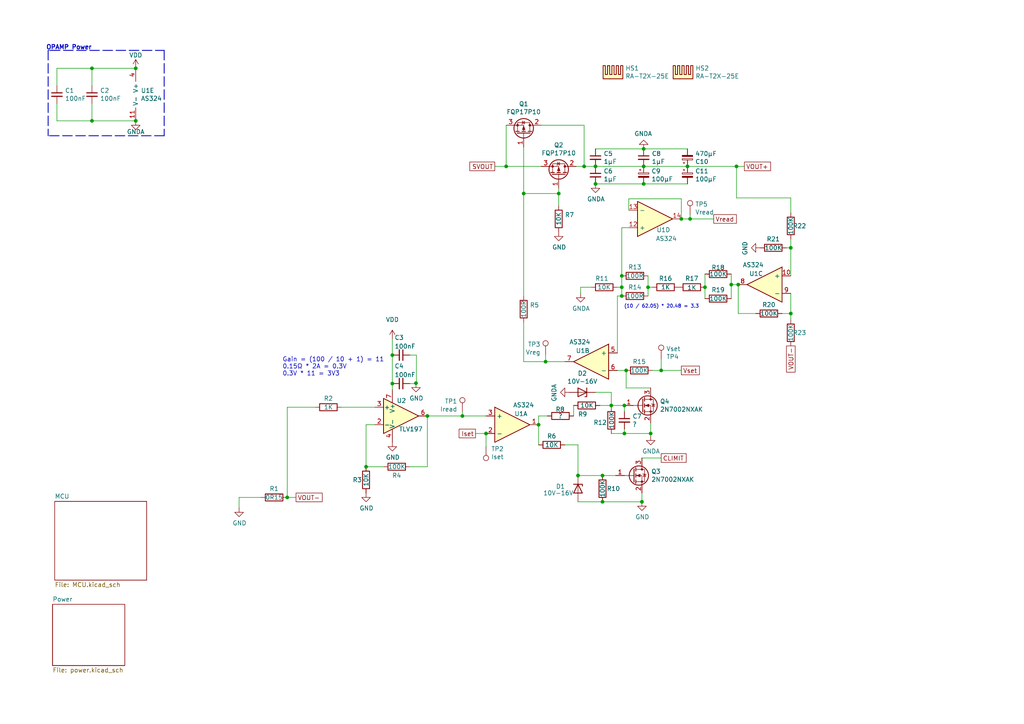
<source format=kicad_sch>
(kicad_sch (version 20211123) (generator eeschema)
  (paper "A4")
  (title_block (title "PowerSupply") (rev "1.0"))
  (lib_symbols
    (symbol "Amplifier_Operational:OPA197xD" (pin_names (offset 0.127))
      (property "Reference" "U" (at 0 6.35 0))
      (property "Value" "OPA197xD" (at 0 3.81 0))
      (symbol "OPA197xD_0_1"
        (polyline (pts (xy -5.08 5.08) (xy 5.08 0) (xy -5.08 -5.08) (xy -5.08 5.08)) (stroke (width 0.254)) (fill (type background)))
      )
      (symbol "OPA197xD_1_1"
        (pin no_connect line (at -2.54 2.54 270) (length 2.54) hide (name "NC") (number "1"))
        (pin input line (at -7.62 -2.54 0) (length 2.54) (name "-") (number "2"))
        (pin input line (at -7.62 2.54 0) (length 2.54) (name "+") (number "3"))
        (pin power_in line (at -2.54 -7.62 90) (length 3.81) (name "V-") (number "4"))
        (pin no_connect line (at 0 2.54 270) (length 2.54) hide (name "NC") (number "5"))
        (pin output line (at 7.62 0 180) (length 2.54) (name "~") (number "6"))
        (pin power_in line (at -2.54 7.62 270) (length 3.81) (name "V+") (number "7"))
        (pin no_connect line (at 0 -2.54 90) (length 2.54) hide (name "NC") (number "8"))
      )
    )
    (symbol "Connector:TestPoint" (pin_numbers hide) (pin_names (offset 0.762) hide)
      (property "Reference" "TP" (at 0 6.858 0))
      (property "Value" "TestPoint" (at 0 5.08 0))
      (symbol "TestPoint_0_1"
        (circle (center 0 3.302) (radius 0.762))
      )
      (symbol "TestPoint_1_1"
        (pin passive line (at 0 0 90) (length 2.54) (name "1") (number "1"))
      )
    )
    (symbol "Device:C_Polarized_Small" (pin_numbers hide) (pin_names (offset 0.254) hide)
      (property "Reference" "C" (at 0.254 1.778 0))
      (property "Value" "C_Polarized_Small" (at 0.254 -2.032 0))
      (symbol "C_Polarized_Small_0_1"
        (rectangle (start -1.524 -0.3048) (end 1.524 -0.6858) (fill (type outline)))
        (rectangle (start -1.524 0.6858) (end 1.524 0.3048))
        (polyline (pts (xy -1.27 1.524) (xy -0.762 1.524)))
        (polyline (pts (xy -1.016 1.27) (xy -1.016 1.778)))
      )
      (symbol "C_Polarized_Small_1_1"
        (pin passive line (at 0 2.54 270) (length 1.8542) (name "~") (number "1"))
        (pin passive line (at 0 -2.54 90) (length 1.8542) (name "~") (number "2"))
      )
    )
    (symbol "Device:C_Small" (pin_numbers hide) (pin_names (offset 0.254) hide)
      (property "Reference" "C" (at 0.254 1.778 0))
      (property "Value" "C_Small" (at 0.254 -2.032 0))
      (symbol "C_Small_0_1"
        (polyline (pts (xy -1.524 -0.508) (xy 1.524 -0.508)) (stroke (width 0.3302)))
        (polyline (pts (xy -1.524 0.508) (xy 1.524 0.508)) (stroke (width 0.3048)))
      )
      (symbol "C_Small_1_1"
        (pin passive line (at 0 2.54 270) (length 2.032) (name "~") (number "1"))
        (pin passive line (at 0 -2.54 90) (length 2.032) (name "~") (number "2"))
      )
    )
    (symbol "Device:D_Zener" (pin_numbers hide) (pin_names (offset 1.016) hide)
      (property "Reference" "D" (at 0 2.54 0))
      (property "Value" "D_Zener" (at 0 -2.54 0))
      (symbol "D_Zener_0_1"
        (polyline (pts (xy 1.27 0) (xy -1.27 0)))
        (polyline (pts (xy -1.27 -1.27) (xy -1.27 1.27) (xy -0.762 1.27)) (stroke (width 0.254)))
        (polyline (pts (xy 1.27 -1.27) (xy 1.27 1.27) (xy -1.27 0) (xy 1.27 -1.27)) (stroke (width 0.254)))
      )
      (symbol "D_Zener_1_1"
        (pin passive line (at -3.81 0 0) (length 2.54) (name "K") (number "1"))
        (pin passive line (at 3.81 0 180) (length 2.54) (name "A") (number "2"))
      )
    )
    (symbol "Device:Opamp_Quad"
      (property "Reference" "U" (at 0 5.08 0))
      (property "Value" "Opamp_Quad" (at 0 -5.08 0))
      (symbol "Opamp_Quad_1_1"
        (polyline (pts (xy -5.08 5.08) (xy 5.08 0) (xy -5.08 -5.08) (xy -5.08 5.08)) (stroke (width 0.254)) (fill (type background)))
        (pin output line (at 7.62 0 180) (length 2.54) (name "~") (number "1"))
        (pin input line (at -7.62 -2.54 0) (length 2.54) (name "-") (number "2"))
        (pin input line (at -7.62 2.54 0) (length 2.54) (name "+") (number "3"))
      )
      (symbol "Opamp_Quad_2_1"
        (polyline (pts (xy -5.08 5.08) (xy 5.08 0) (xy -5.08 -5.08) (xy -5.08 5.08)) (stroke (width 0.254)) (fill (type background)))
        (pin input line (at -7.62 2.54 0) (length 2.54) (name "+") (number "5"))
        (pin input line (at -7.62 -2.54 0) (length 2.54) (name "-") (number "6"))
        (pin output line (at 7.62 0 180) (length 2.54) (name "~") (number "7"))
      )
      (symbol "Opamp_Quad_3_1"
        (polyline (pts (xy -5.08 5.08) (xy 5.08 0) (xy -5.08 -5.08) (xy -5.08 5.08)) (stroke (width 0.254)) (fill (type background)))
        (pin input line (at -7.62 2.54 0) (length 2.54) (name "+") (number "10"))
        (pin output line (at 7.62 0 180) (length 2.54) (name "~") (number "8"))
        (pin input line (at -7.62 -2.54 0) (length 2.54) (name "-") (number "9"))
      )
      (symbol "Opamp_Quad_4_1"
        (polyline (pts (xy -5.08 5.08) (xy 5.08 0) (xy -5.08 -5.08) (xy -5.08 5.08)) (stroke (width 0.254)) (fill (type background)))
        (pin input line (at -7.62 2.54 0) (length 2.54) (name "+") (number "12"))
        (pin input line (at -7.62 -2.54 0) (length 2.54) (name "-") (number "13"))
        (pin output line (at 7.62 0 180) (length 2.54) (name "~") (number "14"))
      )
      (symbol "Opamp_Quad_5_1"
        (pin power_in line (at -2.54 -7.62 90) (length 3.81) (name "V-") (number "11"))
        (pin power_in line (at -2.54 7.62 270) (length 3.81) (name "V+") (number "4"))
      )
    )
    (symbol "Device:Q_NMOS_GSD" (pin_names (offset 0) hide)
      (property "Reference" "Q" (at 5.08 1.27 0))
      (property "Value" "Q_NMOS_GSD" (at 5.08 -1.27 0))
      (symbol "Q_NMOS_GSD_0_1"
        (polyline (pts (xy 0.254 0) (xy -2.54 0)))
        (polyline (pts (xy 0.254 1.905) (xy 0.254 -1.905)) (stroke (width 0.254)))
        (polyline (pts (xy 0.762 -1.27) (xy 0.762 -2.286)) (stroke (width 0.254)))
        (polyline (pts (xy 0.762 0.508) (xy 0.762 -0.508)) (stroke (width 0.254)))
        (polyline (pts (xy 0.762 2.286) (xy 0.762 1.27)) (stroke (width 0.254)))
        (polyline (pts (xy 2.54 2.54) (xy 2.54 1.778)))
        (polyline (pts (xy 2.54 -2.54) (xy 2.54 0) (xy 0.762 0)))
        (polyline (pts (xy 0.762 -1.778) (xy 3.302 -1.778) (xy 3.302 1.778) (xy 0.762 1.778)))
        (polyline (pts (xy 1.016 0) (xy 2.032 0.381) (xy 2.032 -0.381) (xy 1.016 0)) (fill (type outline)))
        (polyline (pts (xy 2.794 0.508) (xy 2.921 0.381) (xy 3.683 0.381) (xy 3.81 0.254)))
        (polyline (pts (xy 3.302 0.381) (xy 2.921 -0.254) (xy 3.683 -0.254) (xy 3.302 0.381)))
        (circle (center 1.651 0) (radius 2.794) (stroke (width 0.254)))
        (circle (center 2.54 -1.778) (radius 0.254) (fill (type outline)))
        (circle (center 2.54 1.778) (radius 0.254) (fill (type outline)))
      )
      (symbol "Q_NMOS_GSD_1_1"
        (pin input line (at -5.08 0 0) (length 2.54) (name "G") (number "1"))
        (pin passive line (at 2.54 -5.08 90) (length 2.54) (name "S") (number "2"))
        (pin passive line (at 2.54 5.08 270) (length 2.54) (name "D") (number "3"))
      )
    )
    (symbol "Device:R" (pin_numbers hide) (pin_names (offset 0))
      (property "Reference" "R" (at 2.032 0 90))
      (property "Value" "R" (at 0 0 90))
      (symbol "R_0_1"
        (rectangle (start -1.016 -2.54) (end 1.016 2.54) (stroke (width 0.254)))
      )
      (symbol "R_1_1"
        (pin passive line (at 0 3.81 270) (length 1.27) (name "~") (number "1"))
        (pin passive line (at 0 -3.81 90) (length 1.27) (name "~") (number "2"))
      )
    )
    (symbol "Mechanical:Heatsink" (pin_names (offset 1.016))
      (property "Reference" "HS" (at 0 5.08 0))
      (property "Value" "Heatsink" (at 0 -1.27 0))
      (symbol "Heatsink_0_1"
        (polyline (pts (xy -0.3302 1.27) (xy -0.9652 1.27) (xy -0.9652 3.81) (xy -1.6002 3.81) (xy -1.6002 1.27) (xy -2.2352 1.27) (xy -2.2352 3.81) (xy -2.8702 3.81) (xy -2.8702 0) (xy -0.9652 0)) (stroke (width 0.254)) (fill (type background)))
        (polyline (pts (xy -0.3302 1.27) (xy -0.3302 3.81) (xy 0.3048 3.81) (xy 0.3048 1.27) (xy 0.9398 1.27) (xy 0.9398 3.81) (xy 1.5748 3.81) (xy 1.5748 1.27) (xy 2.2098 1.27) (xy 2.2098 3.81) (xy 2.8448 3.81) (xy 2.8448 0) (xy -0.9652 0)) (stroke (width 0.254)) (fill (type background)))
      )
    )
    (symbol "power:GND" (power) (pin_names (offset 0))
      (property "Value" "GND" (at 0 -3.81 0))
      (symbol "GND_0_1"
        (polyline (pts (xy 0 0) (xy 0 -1.27) (xy 1.27 -1.27) (xy 0 -2.54) (xy -1.27 -1.27) (xy 0 -1.27)))
      )
      (symbol "GND_1_1"
        (pin power_in line (at 0 0 270) (length 0) hide (name "GND") (number "1"))
      )
    )
    (symbol "power:GNDA" (power) (pin_names (offset 0))
      (property "Value" "GNDA" (at 0 -3.81 0))
      (symbol "GNDA_0_1"
        (polyline (pts (xy 0 0) (xy 0 -1.27) (xy 1.27 -1.27) (xy 0 -2.54) (xy -1.27 -1.27) (xy 0 -1.27)))
      )
      (symbol "GNDA_1_1"
        (pin power_in line (at 0 0 270) (length 0) hide (name "GNDA") (number "1"))
      )
    )
    (symbol "power:VDD" (power) (pin_names (offset 0))
      (property "Value" "VDD" (at 0 3.81 0))
      (symbol "VDD_0_1"
        (polyline (pts (xy -0.762 1.27) (xy 0 2.54)))
        (polyline (pts (xy 0 0) (xy 0 2.54)))
        (polyline (pts (xy 0 2.54) (xy 0.762 1.27)))
      )
      (symbol "VDD_1_1"
        (pin power_in line (at 0 0 90) (length 0) hide (name "VDD") (number "1"))
      )
    )
    (symbol "symbols:FQP17P10" (pin_names hide)
      (property "Reference" "Q" (at -7.62 13.97 0))
      (property "Value" "FQP17P10" (at 6.35 13.97 0))
      (symbol "FQP17P10_1_1"
        (circle (center -0.889 0) (radius 2.8194) (stroke (width 0.254)))
        (circle (center 0 -1.778) (radius 0.2794) (fill (type outline)))
        (polyline (pts (xy -3.81 0) (xy -2.286 0)))
        (polyline (pts (xy -1.778 -1.778) (xy 0 -1.778)))
        (polyline (pts (xy -1.778 -1.27) (xy -1.778 -2.286)) (stroke (width 0.254)))
        (polyline (pts (xy -1.778 0) (xy 0 0)))
        (polyline (pts (xy -1.778 0.508) (xy -1.778 -0.508)) (stroke (width 0.254)))
        (polyline (pts (xy -1.778 1.778) (xy 0 1.778)))
        (polyline (pts (xy -1.778 2.286) (xy -1.778 1.27)) (stroke (width 0.254)))
        (polyline (pts (xy 0 -1.778) (xy 0 -2.54)))
        (polyline (pts (xy 0 -1.778) (xy 0 0)))
        (polyline (pts (xy 0 2.54) (xy 0 1.778)))
        (polyline (pts (xy -2.286 1.905) (xy -2.286 -1.905) (xy -2.286 -1.905)) (stroke (width 0.254)))
        (polyline (pts (xy -0.254 0) (xy -1.27 -0.381) (xy -1.27 0.381) (xy -0.254 0)) (fill (type outline)))
        (polyline (pts (xy 0 -1.778) (xy 0.762 -1.778) (xy 0.762 1.778) (xy 0 1.778)))
        (polyline (pts (xy 0.254 -0.508) (xy 0.381 -0.381) (xy 1.143 -0.381) (xy 1.27 -0.254)))
        (polyline (pts (xy 0.762 -0.381) (xy 0.381 0.254) (xy 1.143 0.254) (xy 0.762 -0.381)))
        (circle (center 0 1.778) (radius 0.2794) (fill (type outline)))
        (pin input line (at -6.35 0 0) (length 2.5908) (name "G") (number "1"))
        (pin passive line (at 0 5.08 270) (length 2.5908) (name "D") (number "2"))
        (pin passive line (at 0 -5.08 90) (length 2.5908) (name "S") (number "3"))
      )
    )
  )
  (junction (at 162.052 56.134))
  (junction (at 204.47 83.312))
  (junction (at 229.362 71.882))
  (junction (at 167.64 137.922))
  (junction (at 181.102 117.602))
  (junction (at 151.892 56.134))
  (junction (at 186.182 145.542))
  (junction (at 140.97 125.73))
  (junction (at 212.09 82.55))
  (junction (at 39.37 19.812))
  (junction (at 180.34 83.312))
  (junction (at 214.122 82.55))
  (junction (at 188.722 125.73))
  (junction (at 156.21 123.19))
  (junction (at 180.34 85.852))
  (junction (at 106.172 135.382))
  (junction (at 174.752 137.922))
  (junction (at 172.72 48.26))
  (junction (at 177.292 117.602))
  (junction (at 113.792 102.997))
  (junction (at 186.69 48.26))
  (junction (at 146.812 48.26))
  (junction (at 123.952 120.65))
  (junction (at 172.72 53.34))
  (junction (at 199.39 48.26))
  (junction (at 113.792 111.252))
  (junction (at 158.242 104.902))
  (junction (at 200.152 63.5))
  (junction (at 197.612 63.5))
  (junction (at 26.67 19.812))
  (junction (at 229.362 90.932))
  (junction (at 39.37 35.052))
  (junction (at 191.77 107.442))
  (junction (at 174.752 145.542))
  (junction (at 186.69 43.18))
  (junction (at 186.69 53.34))
  (junction (at 83.312 144.272))
  (junction (at 134.112 120.65))
  (junction (at 180.34 80.01))
  (junction (at 181.61 107.442))
  (junction (at 26.67 35.052))
  (junction (at 120.65 111.125))
  (junction (at 169.418 48.26))
  (junction (at 187.96 83.312))
  (junction (at 213.614 48.26))
  (junction (at 181.102 125.73))
  (wire (pts (xy 229.362 61.722) (xy 229.362 57.404)))
  (wire (pts (xy 187.96 83.312) (xy 187.96 85.852)))
  (wire (pts (xy 169.418 48.26) (xy 167.132 48.26)))
  (wire (pts (xy 26.67 19.812) (xy 26.67 24.892)))
  (wire (pts (xy 181.61 112.522) (xy 188.722 112.522)))
  (wire (pts (xy 212.09 79.502) (xy 212.09 82.55)))
  (wire (pts (xy 188.722 125.73) (xy 188.722 126.492)))
  (wire (pts (xy 120.777 111.252) (xy 118.872 111.252)))
  (wire (pts (xy 191.77 107.442) (xy 197.612 107.442)))
  (polyline (pts (xy 47.625 39.37) (xy 13.97 39.37)) (stroke (width 0.254)))
  (wire (pts (xy 99.06 118.11) (xy 108.712 118.11)))
  (wire (pts (xy 156.972 36.322) (xy 169.418 36.322)))
  (wire (pts (xy 151.892 42.672) (xy 151.892 56.134)))
  (wire (pts (xy 177.292 125.73) (xy 181.102 125.73)))
  (wire (pts (xy 187.96 83.312) (xy 189.23 83.312)))
  (wire (pts (xy 26.67 19.812) (xy 39.37 19.812)))
  (wire (pts (xy 171.45 83.312) (xy 168.402 83.312)))
  (wire (pts (xy 113.792 102.997) (xy 113.792 111.252)))
  (wire (pts (xy 156.21 120.65) (xy 156.21 123.19)))
  (wire (pts (xy 213.614 57.404) (xy 213.614 48.26)))
  (wire (pts (xy 134.112 120.65) (xy 140.97 120.65)))
  (wire (pts (xy 204.47 83.312) (xy 204.47 86.614)))
  (wire (pts (xy 120.777 102.997) (xy 120.777 111.252)))
  (polyline (pts (xy 13.97 14.605) (xy 13.97 39.37)) (stroke (width 0.254)))
  (wire (pts (xy 179.07 83.312) (xy 180.34 83.312)))
  (wire (pts (xy 181.102 117.602) (xy 181.102 119.38)))
  (wire (pts (xy 167.64 137.922) (xy 174.752 137.922)))
  (wire (pts (xy 167.64 145.542) (xy 174.752 145.542)))
  (wire (pts (xy 83.312 144.272) (xy 83.312 118.11)))
  (wire (pts (xy 172.72 113.792) (xy 177.292 113.792)))
  (wire (pts (xy 26.67 35.052) (xy 39.37 35.052)))
  (wire (pts (xy 181.102 124.46) (xy 181.102 125.73)))
  (wire (pts (xy 200.152 63.5) (xy 207.01 63.5)))
  (wire (pts (xy 113.792 98.298) (xy 113.792 102.997)))
  (wire (pts (xy 187.96 80.01) (xy 187.96 83.312)))
  (wire (pts (xy 214.122 90.932) (xy 214.122 82.55)))
  (wire (pts (xy 186.69 43.18) (xy 199.39 43.18)))
  (wire (pts (xy 118.872 135.382) (xy 123.952 135.382)))
  (wire (pts (xy 177.292 117.602) (xy 181.102 117.602)))
  (wire (pts (xy 177.292 113.792) (xy 177.292 117.602)))
  (wire (pts (xy 158.242 104.902) (xy 151.892 104.902)))
  (wire (pts (xy 69.342 144.272) (xy 75.692 144.272)))
  (wire (pts (xy 26.67 29.972) (xy 26.67 35.052)))
  (wire (pts (xy 162.052 56.134) (xy 162.052 59.69)))
  (wire (pts (xy 108.712 123.19) (xy 106.172 123.19)))
  (wire (pts (xy 146.812 48.26) (xy 156.972 48.26)))
  (wire (pts (xy 212.09 82.55) (xy 212.09 86.614)))
  (wire (pts (xy 156.21 123.19) (xy 156.21 129.032)))
  (wire (pts (xy 166.37 117.602) (xy 166.37 120.65)))
  (wire (pts (xy 181.102 125.73) (xy 188.722 125.73)))
  (wire (pts (xy 180.34 66.04) (xy 180.34 80.01)))
  (wire (pts (xy 229.362 69.342) (xy 229.362 71.882)))
  (wire (pts (xy 186.69 53.34) (xy 199.39 53.34)))
  (wire (pts (xy 106.172 135.382) (xy 111.252 135.382)))
  (wire (pts (xy 151.892 56.134) (xy 162.052 56.134)))
  (polyline (pts (xy 13.97 14.605) (xy 14.605 14.605)))
  (polyline (pts (xy 47.625 14.605) (xy 47.625 39.37)) (stroke (width 0.254)))
  (wire (pts (xy 169.418 36.322) (xy 169.418 48.26)))
  (wire (pts (xy 162.052 54.61) (xy 162.052 56.134)))
  (wire (pts (xy 113.792 111.252) (xy 113.792 113.03)))
  (wire (pts (xy 174.752 137.922) (xy 178.562 137.922)))
  (wire (pts (xy 106.172 123.19) (xy 106.172 135.382)))
  (wire (pts (xy 146.812 36.322) (xy 146.812 48.26)))
  (wire (pts (xy 140.97 129.54) (xy 140.97 125.73)))
  (wire (pts (xy 137.922 125.73) (xy 140.97 125.73)))
  (wire (pts (xy 158.242 102.87) (xy 158.242 104.902)))
  (wire (pts (xy 226.822 90.932) (xy 229.362 90.932)))
  (wire (pts (xy 177.292 117.602) (xy 177.292 118.11)))
  (wire (pts (xy 188.722 122.682) (xy 188.722 125.73)))
  (wire (pts (xy 174.752 145.542) (xy 186.182 145.542)))
  (wire (pts (xy 200.152 62.23) (xy 200.152 63.5)))
  (polyline (pts (xy 14.605 14.605) (xy 47.625 14.605)) (stroke (width 0.254)))
  (wire (pts (xy 123.952 120.65) (xy 134.112 120.65)))
  (wire (pts (xy 180.34 83.312) (xy 180.34 85.852)))
  (wire (pts (xy 186.69 48.26) (xy 199.39 48.26)))
  (wire (pts (xy 26.67 35.052) (xy 16.51 35.052)))
  (wire (pts (xy 123.952 135.382) (xy 123.952 120.65)))
  (wire (pts (xy 172.72 48.26) (xy 186.69 48.26)))
  (wire (pts (xy 212.09 82.55) (xy 214.122 82.55)))
  (wire (pts (xy 229.362 57.404) (xy 213.614 57.404)))
  (wire (pts (xy 172.72 43.18) (xy 186.69 43.18)))
  (wire (pts (xy 173.99 117.602) (xy 177.292 117.602)))
  (wire (pts (xy 229.362 90.932) (xy 229.362 92.71)))
  (wire (pts (xy 143.51 48.26) (xy 146.812 48.26)))
  (wire (pts (xy 158.75 120.65) (xy 156.21 120.65)))
  (wire (pts (xy 168.402 83.312) (xy 168.402 85.09)))
  (wire (pts (xy 179.07 107.442) (xy 181.61 107.442)))
  (wire (pts (xy 229.362 85.09) (xy 229.362 90.932)))
  (wire (pts (xy 179.07 85.852) (xy 180.34 85.852)))
  (wire (pts (xy 189.23 107.442) (xy 191.77 107.442)))
  (wire (pts (xy 219.202 90.932) (xy 214.122 90.932)))
  (wire (pts (xy 186.182 145.542) (xy 186.182 143.002)))
  (wire (pts (xy 134.112 119.38) (xy 134.112 120.65)))
  (wire (pts (xy 179.07 102.362) (xy 179.07 85.852)))
  (wire (pts (xy 16.51 24.892) (xy 16.51 19.812)))
  (wire (pts (xy 228.092 71.882) (xy 229.362 71.882)))
  (wire (pts (xy 213.614 48.26) (xy 215.9 48.26)))
  (wire (pts (xy 172.72 53.34) (xy 186.69 53.34)))
  (wire (pts (xy 186.182 132.842) (xy 191.77 132.842)))
  (wire (pts (xy 182.372 57.658) (xy 197.612 57.658)))
  (wire (pts (xy 197.612 63.5) (xy 200.152 63.5)))
  (wire (pts (xy 83.312 144.272) (xy 85.852 144.272)))
  (wire (pts (xy 69.342 147.32) (xy 69.342 144.272)))
  (wire (pts (xy 182.372 60.96) (xy 182.372 57.658)))
  (wire (pts (xy 229.362 71.882) (xy 229.362 80.01)))
  (wire (pts (xy 182.372 66.04) (xy 180.34 66.04)))
  (wire (pts (xy 151.892 56.134) (xy 151.892 85.852)))
  (wire (pts (xy 181.61 107.442) (xy 181.61 112.522)))
  (wire (pts (xy 83.312 118.11) (xy 91.44 118.11)))
  (wire (pts (xy 191.77 104.14) (xy 191.77 107.442)))
  (wire (pts (xy 151.892 104.902) (xy 151.892 93.472)))
  (wire (pts (xy 16.51 19.812) (xy 26.67 19.812)))
  (wire (pts (xy 16.51 35.052) (xy 16.51 29.972)))
  (wire (pts (xy 204.47 79.502) (xy 204.47 83.312)))
  (wire (pts (xy 163.83 129.032) (xy 167.64 129.032)))
  (wire (pts (xy 197.612 57.658) (xy 197.612 63.5)))
  (wire (pts (xy 163.83 104.902) (xy 158.242 104.902)))
  (wire (pts (xy 180.34 80.01) (xy 180.34 83.312)))
  (wire (pts (xy 199.39 48.26) (xy 213.614 48.26)))
  (wire (pts (xy 118.872 102.997) (xy 120.777 102.997)))
  (wire (pts (xy 167.64 129.032) (xy 167.64 137.922)))
  (wire (pts (xy 169.418 48.26) (xy 172.72 48.26)))
  (text "OPAMP Power" (at 13.335 14.605 0) (effects (font (size 1.27 1.27) (thickness 0.254) bold) (justify left bottom)))
  (text "(10 / 62.05) * 20.48 = 3.3\n" (at 180.975 89.535 0) (effects (font (size 0.9906 0.9906)) (justify left bottom)))
  (text "Gain = (100 / 10 + 1) = 11\n0.15Ω * 2A = 0.3V\n0.3V * 11 = 3V3" (at 81.915 109.22 0) (effects (font (size 1.27 1.27)) (justify left bottom)))
  (global_label "SVOUT" (shape passive) (at 143.51 48.26 180) (property "Intersheet References" "${INTERSHEET_REFS}" (effects hide)))
  (global_label "Vset" (shape passive) (at 197.612 107.442 0) (property "Intersheet References" "${INTERSHEET_REFS}" (effects hide)))
  (global_label "CLIMIT" (shape passive) (at 191.77 132.842 0) (property "Intersheet References" "${INTERSHEET_REFS}" (effects hide)))
  (global_label "Iset" (shape passive) (at 137.922 125.73 180) (property "Intersheet References" "${INTERSHEET_REFS}" (effects hide)))
  (global_label "Vread" (shape passive) (at 207.01 63.5 0) (property "Intersheet References" "${INTERSHEET_REFS}" (effects hide)))
  (global_label "VOUT-" (shape passive) (at 85.852 144.272 0) (property "Intersheet References" "${INTERSHEET_REFS}" (effects hide)))
  (global_label "VOUT+" (shape passive) (at 215.9 48.26 0) (property "Intersheet References" "${INTERSHEET_REFS}" (effects hide)))
  (global_label "VOUT-" (shape passive) (at 229.362 100.33 270) (property "Intersheet References" "${INTERSHEET_REFS}" (effects hide)))
  (symbol (lib_id "Connector:TestPoint") (at 134.112 119.38 0) (mirror y) (unit 1)
    (property "Reference" "TP1" (at 132.6388 116.3828 0) (effects (justify left)))
    (property "Value" "Iread" (at 132.6388 118.6942 0) (effects (justify left)))
    (property "Footprint" "TestPoint:TestPoint_Pad_D1.0mm" (effects hide))
  )
  (symbol (lib_id "Device:C_Small") (at 172.72 50.8 0) (unit 1)
    (property "Reference" "C6" (at 175.0568 49.6316 0) (effects (justify left)))
    (property "Value" "1µF" (at 175.0568 51.943 0) (effects (justify left)))
    (property "Footprint" "Capacitor_SMD:C_0805_2012Metric_Pad1.15x1.40mm_HandSolder" (effects hide))
  )
  (symbol (lib_id "power:GNDA") (at 172.72 53.34 0) (unit 1)
    (property "Reference" "#PWR010" (effects hide))
    (property "Value" "GNDA" (at 172.847 57.7342 0))
  )
  (symbol (lib_id "Device:C_Polarized_Small") (at 186.69 50.8 0) (unit 1)
    (property "Reference" "C9" (at 188.9252 49.6316 0) (effects (justify left)))
    (property "Value" "100µF" (at 188.9252 51.943 0) (effects (justify left)))
    (property "Footprint" "Capacitor_THT:CP_Radial_D8.0mm_P3.50mm" (effects hide))
    (property "MPN" "REA101M1HBK-0811P" (effects hide))
  )
  (symbol (lib_id "Device:C_Polarized_Small") (at 199.39 50.8 0) (unit 1)
    (property "Reference" "C11" (at 201.6252 49.6316 0) (effects (justify left)))
    (property "Value" "100µF" (at 201.6252 51.943 0) (effects (justify left)))
    (property "Footprint" "Capacitor_THT:CP_Radial_D8.0mm_P3.50mm" (effects hide))
    (property "MPN" "REA101M1HBK-0811P" (effects hide))
  )
  (symbol (lib_id "Device:C_Small") (at 172.72 45.72 0) (unit 1)
    (property "Reference" "C5" (at 175.0568 44.5516 0) (effects (justify left)))
    (property "Value" "1µF" (at 175.0568 46.863 0) (effects (justify left)))
    (property "Footprint" "Capacitor_SMD:C_0805_2012Metric_Pad1.15x1.40mm_HandSolder" (effects hide))
  )
  (symbol (lib_id "Device:C_Small") (at 186.69 45.72 0) (unit 1)
    (property "Reference" "C8" (at 189.0268 44.5516 0) (effects (justify left)))
    (property "Value" "1µF" (at 189.0268 46.863 0) (effects (justify left)))
    (property "Footprint" "Capacitor_SMD:C_0805_2012Metric_Pad1.15x1.40mm_HandSolder" (effects hide))
  )
  (symbol (lib_id "power:GNDA") (at 186.69 43.18 180) (unit 1)
    (property "Reference" "#PWR012" (effects hide))
    (property "Value" "GNDA" (at 186.563 38.7858 0))
  )
  (symbol (lib_id "Device:C_Polarized_Small") (at 199.39 45.72 0) (mirror x) (unit 1)
    (property "Reference" "C10" (at 201.6252 46.8884 0) (effects (justify left)))
    (property "Value" "470µF" (at 201.6252 44.577 0) (effects (justify left)))
    (property "MPN" "REA471M1EBK-1012P" (effects hide))
  )
  (symbol (lib_id "Device:R") (at 175.26 83.312 270) (unit 1)
    (property "Reference" "R11" (at 176.53 80.772 90) (effects (justify right)))
    (property "Value" "10K" (at 177.165 83.312 90) (effects (justify right)))
    (property "Footprint" "Resistor_SMD:R_0805_2012Metric_Pad1.15x1.40mm_HandSolder" (effects hide))
    (property "MPN" "TNPW08059K88BEEN" (effects hide))
  )
  (symbol (lib_id "Connector:TestPoint") (at 200.152 62.23 0) (unit 1)
    (property "Reference" "TP5" (at 201.6252 59.2328 0) (effects (justify left)))
    (property "Value" "Vread" (at 201.6252 61.5442 0) (effects (justify left)))
    (property "Footprint" "TestPoint:TestPoint_Pad_D1.0mm" (effects hide))
  )
  (symbol (lib_id "Connector:TestPoint") (at 158.242 102.87 0) (mirror y) (unit 1)
    (property "Reference" "TP3" (at 156.7688 99.8728 0) (effects (justify left)))
    (property "Value" "Vreg" (at 156.7688 102.1842 0) (effects (justify left)))
    (property "Footprint" "TestPoint:TestPoint_Pad_D1.0mm" (effects hide))
  )
  (symbol (lib_id "Connector:TestPoint") (at 191.77 104.14 0) (mirror y) (unit 1)
    (property "Reference" "TP4" (at 193.2432 103.4796 0) (effects (justify right)))
    (property "Value" "Vset" (at 193.2432 101.1682 0) (effects (justify right)))
    (property "Footprint" "TestPoint:TestPoint_Pad_D1.0mm" (effects hide))
  )
  (symbol (lib_id "Connector:TestPoint") (at 140.97 129.54 180) (unit 1)
    (property "Reference" "TP2" (at 142.4432 130.2004 0) (effects (justify right)))
    (property "Value" "Iset" (at 142.4432 132.5118 0) (effects (justify right)))
    (property "Footprint" "TestPoint:TestPoint_Pad_D1.0mm" (effects hide))
  )
  (symbol (lib_id "Device:R") (at 185.42 107.442 270) (unit 1)
    (property "Reference" "R15" (at 185.42 104.902 90))
    (property "Value" "100K" (at 185.42 107.442 90))
    (property "Footprint" "Resistor_SMD:R_0805_2012Metric_Pad1.15x1.40mm_HandSolder" (effects hide))
    (property "Datasheet" "CRCW080510K0FKEAC" (effects hide))
    (property "MPN" "CRGCQ0805F100K" (effects hide))
  )
  (symbol (lib_id "Device:Q_NMOS_GSD") (at 186.182 117.602 0) (unit 1)
    (property "Reference" "Q4" (at 191.4144 116.4336 0) (effects (justify left)))
    (property "Value" "2N7002NXAK" (at 191.4144 118.745 0) (effects (justify left)))
    (property "MPN" "2N7002NXAK" (effects hide))
  )
  (symbol (lib_id "Device:R") (at 170.18 117.602 270) (unit 1)
    (property "Reference" "R9" (at 167.64 120.142 90) (effects (justify left)))
    (property "Value" "10K" (at 168.275 117.602 90) (effects (justify left)))
  )
  (symbol (lib_id "power:GNDA") (at 188.722 126.492 0) (unit 1)
    (property "Reference" "#PWR013" (effects hide))
    (property "Value" "GNDA" (at 188.849 130.8862 0))
  )
  (symbol (lib_id "Device:Q_NMOS_GSD") (at 183.642 137.922 0) (unit 1)
    (property "Reference" "Q3" (at 188.8744 136.7536 0) (effects (justify left)))
    (property "Value" "2N7002NXAK" (at 188.8744 139.065 0) (effects (justify left)))
    (property "MPN" "2N7002NXAK" (effects hide))
  )
  (symbol (lib_id "Device:R") (at 160.02 129.032 270) (unit 1)
    (property "Reference" "R6" (at 160.02 126.492 90))
    (property "Value" "10K" (at 160.02 129.032 90))
    (property "MPN" "CRCW080510K0FKEAC" (effects hide))
  )
  (symbol (lib_id "power:GND") (at 186.182 145.542 0) (unit 1)
    (property "Reference" "#PWR011" (effects hide))
    (property "Value" "GND" (at 186.309 149.9362 0))
  )
  (symbol (lib_id "Device:D_Zener") (at 167.64 141.732 270) (unit 1)
    (property "Reference" "D1" (at 162.56 141.097 90))
    (property "Value" "10V-16V" (at 161.925 143.002 90))
    (property "MPN" "MMSZ5242B" (effects hide))
  )
  (symbol (lib_id "Device:R") (at 174.752 141.732 180) (unit 1)
    (property "Reference" "R10" (at 177.927 141.732 0))
    (property "Value" "100K" (at 174.752 141.732 90))
    (property "MPN" "CRGCQ0805F100K" (effects hide))
  )
  (symbol (lib_id "Device:D_Zener") (at 168.91 113.792 180) (unit 1)
    (property "Reference" "D2" (at 168.91 108.3056 0))
    (property "Value" "10V-16V" (at 168.91 110.617 0))
    (property "MPN" "MMSZ5242B" (effects hide))
  )
  (symbol (lib_id "Device:R") (at 177.292 121.92 0) (mirror x) (unit 1)
    (property "Reference" "R12" (at 176.022 122.555 0) (effects (justify right)))
    (property "Value" "100K" (at 177.419 124.46 90) (effects (justify right)))
    (property "MPN" "CRGCQ0805F100K" (effects hide))
  )
  (symbol (lib_id "power:VDD") (at 39.37 19.812 0) (unit 1)
    (property "Reference" "#PWR01" (effects hide))
    (property "Value" "VDD" (at 39.37 16.002 0))
  )
  (symbol (lib_id "Device:C_Small") (at 26.67 27.432 0) (unit 1)
    (property "Reference" "C2" (at 29.0068 26.2636 0) (effects (justify left)))
    (property "Value" "100nF" (at 29.0068 28.575 0) (effects (justify left)))
    (property "Footprint" "Capacitor_SMD:C_0805_2012Metric_Pad1.15x1.40mm_HandSolder" (effects hide))
    (property "MPN" "CC0805KRX7R9BB104" (effects hide))
  )
  (symbol (lib_id "power:GNDA") (at 39.37 35.052 0) (unit 1)
    (property "Reference" "#PWR02" (effects hide))
    (property "Value" "GNDA" (at 39.37 38.227 0))
  )
  (symbol (lib_id "Device:C_Small") (at 16.51 27.432 0) (unit 1)
    (property "Reference" "C1" (at 18.8468 26.2636 0) (effects (justify left)))
    (property "Value" "100nF" (at 18.8468 28.575 0) (effects (justify left)))
    (property "Footprint" "Capacitor_SMD:C_0805_2012Metric_Pad1.15x1.40mm_HandSolder" (effects hide))
    (property "MPN" "CC0805KRX7R9BB104" (effects hide))
  )
  (symbol (lib_id "Device:Opamp_Quad") (at 41.91 27.432 0) (unit 5)
    (property "Reference" "U1" (at 40.8432 26.2636 0) (effects (justify left)))
    (property "Value" "AS324" (at 40.8432 28.575 0) (effects (justify left)))
    (property "Footprint" "Package_SO:SOIC-14_3.9x8.7mm_P1.27mm" (effects hide))
    (property "MPN" "AS324MTR-G1" (effects hide))
  )
  (symbol (lib_id "Device:Opamp_Quad") (at 148.59 123.19 0) (unit 1)
    (property "Reference" "U1" (at 153.035 120.015 0) (effects (justify right)))
    (property "Value" "AS324" (at 154.94 117.475 0) (effects (justify right)))
    (property "Footprint" "Package_SO:SOIC-14_3.9x8.7mm_P1.27mm" (effects hide))
    (property "MPN" "	OPA4196IDR" (effects hide))
  )
  (symbol (lib_id "Device:R") (at 223.012 90.932 270) (mirror x) (unit 1)
    (property "Reference" "R20" (at 223.012 88.392 90))
    (property "Value" "100K" (at 223.012 90.932 90))
  )
  (symbol (lib_id "Device:R") (at 229.362 96.52 0) (mirror x) (unit 1)
    (property "Reference" "R23" (at 231.902 96.52 0))
    (property "Value" "100K" (at 229.362 96.52 90))
  )
  (symbol (lib_id "symbols:FQP17P10") (at 162.052 48.26 270) (mirror x) (unit 1)
    (property "Reference" "Q2" (at 162.052 42.0878 90))
    (property "Value" "FQP17P10" (at 162.052 44.3992 90))
    (property "Footprint" "Package_TO_SOT_THT:TO-220-3_Vertical" (effects hide))
    (property "Datasheet" "https://www.mouser.se/datasheet/2/308/FQP17P10-1296917.pdf" (effects hide))
  )
  (symbol (lib_id "Device:R") (at 224.282 71.882 270) (mirror x) (unit 1)
    (property "Reference" "R21" (at 224.282 69.342 90))
    (property "Value" "100K" (at 224.282 71.882 90))
  )
  (symbol (lib_id "Device:R") (at 229.362 65.532 0) (mirror x) (unit 1)
    (property "Reference" "R22" (at 231.902 65.532 0))
    (property "Value" "100K" (at 229.362 65.532 90))
  )
  (symbol (lib_id "Device:R") (at 151.892 89.662 0) (unit 1)
    (property "Reference" "R5" (at 153.67 88.4936 0) (effects (justify left)))
    (property "Value" "100R" (at 151.892 92.202 90) (effects (justify left)))
  )
  (symbol (lib_id "Mechanical:Heatsink") (at 198.12 22.86 0) (unit 1)
    (property "Reference" "HS2" (at 201.7014 19.7866 0) (effects (justify left)))
    (property "Value" "RA-T2X-25E" (at 201.7014 22.098 0) (effects (justify left)))
    (property "Datasheet" "../documents/datasheets/RA-T2X-25E.pdf" (effects hide))
  )
  (symbol (lib_id "power:GND") (at 220.472 71.882 270) (unit 1)
    (property "Reference" "#PWR014" (effects hide))
    (property "Value" "GND" (at 216.0778 72.009 0))
  )
  (symbol (lib_id "Device:R") (at 162.052 63.5 0) (unit 1)
    (property "Reference" "R7" (at 163.83 62.3316 0) (effects (justify left)))
    (property "Value" "10K" (at 162.052 65.405 90) (effects (justify left)))
    (property "MPN" "CRCW080510K0FKEAC" (effects hide))
  )
  (symbol (lib_id "Device:R") (at 200.66 83.312 270) (unit 1)
    (property "Reference" "R17" (at 200.66 80.772 90))
    (property "Value" "1K" (at 200.66 83.439 90))
    (property "MPN" "CRGCQ0805F100K" (effects hide))
  )
  (symbol (lib_id "Device:R") (at 193.04 83.312 270) (unit 1)
    (property "Reference" "R16" (at 193.04 80.772 90))
    (property "Value" "1K" (at 193.04 83.312 90))
    (property "MPN" "CRGCQ0805F100K" (effects hide))
  )
  (symbol (lib_id "Device:R") (at 184.15 85.852 270) (unit 1)
    (property "Reference" "R14" (at 184.15 83.312 90))
    (property "Value" "100R" (at 184.15 85.852 90))
    (property "MPN" "CRGCQ0805F100K" (effects hide))
  )
  (symbol (lib_id "Device:R") (at 184.15 80.01 270) (unit 1)
    (property "Reference" "R13" (at 184.15 77.47 90))
    (property "Value" "100R" (at 184.15 80.01 90))
    (property "MPN" "CRGCQ0805F100K" (effects hide))
  )
  (symbol (lib_id "power:GND") (at 162.052 67.31 0) (unit 1)
    (property "Reference" "#PWR07" (effects hide))
    (property "Value" "GND" (at 162.179 71.7042 0))
  )
  (symbol (lib_id "Device:Opamp_Quad") (at 171.45 104.902 0) (mirror y) (unit 2)
    (property "Reference" "U1" (at 167.005 101.727 0) (effects (justify right)))
    (property "Value" "AS324" (at 165.1 99.187 0) (effects (justify right)))
    (property "Footprint" "Package_SO:SOIC-14_3.9x8.7mm_P1.27mm" (effects hide))
    (property "MPN" "	OPA4196IDR" (effects hide))
  )
  (symbol (lib_id "Device:Opamp_Quad") (at 221.742 82.55 0) (mirror y) (unit 3)
    (property "Reference" "U1" (at 217.297 79.375 0) (effects (justify right)))
    (property "Value" "AS324" (at 215.392 76.835 0) (effects (justify right)))
    (property "Footprint" "Package_SO:SOIC-14_3.9x8.7mm_P1.27mm" (effects hide))
    (property "MPN" "	OPA4196IDR" (effects hide))
  )
  (symbol (lib_id "Device:Opamp_Quad") (at 189.992 63.5 0) (mirror x) (unit 4)
    (property "Reference" "U1" (at 194.437 66.675 0) (effects (justify right)))
    (property "Value" "AS324" (at 196.342 69.215 0) (effects (justify right)))
    (property "Footprint" "Package_SO:SOIC-14_3.9x8.7mm_P1.27mm" (effects hide))
    (property "MPN" "	OPA4196IDR" (effects hide))
  )
  (symbol (lib_id "power:GNDA") (at 168.402 85.09 0) (unit 1)
    (property "Reference" "#PWR09" (effects hide))
    (property "Value" "GNDA" (at 168.529 89.4842 0))
  )
  (symbol (lib_id "Amplifier_Operational:OPA197xD") (at 116.332 120.65 0) (unit 1)
    (property "Reference" "U2" (at 115.062 116.205 0) (effects (justify left)))
    (property "Value" "TLV197" (at 115.697 124.46 0) (effects (justify left)))
    (property "Footprint" "Package_SO:SOIC-8_3.9x4.9mm_P1.27mm" (effects hide))
    (property "Datasheet" "https://www.ti.com/lit/ds/symlink/tlv197-q1.pdf?ts=1595483432163&ref_url=https%253A%252F%252Fwww.ti.com%252Fstore%252Fti%252Fen%252Fp%252Fproduct%252F%253Fp%253DTLV197QDGKRQ1" (effects hide))
  )
  (symbol (lib_id "Device:C_Small") (at 116.332 111.252 270) (mirror x) (unit 1)
    (property "Reference" "C4" (at 114.427 106.172 90) (effects (justify left)))
    (property "Value" "100nF" (at 114.427 108.712 90) (effects (justify left)))
    (property "Footprint" "Capacitor_SMD:C_0805_2012Metric_Pad1.15x1.40mm_HandSolder" (effects hide))
    (property "MPN" "CC0805KRX7R9BB104" (effects hide))
  )
  (symbol (lib_id "Device:R") (at 79.502 144.272 270) (unit 1)
    (property "Reference" "R1" (at 79.502 141.732 90))
    (property "Value" "0R15" (at 79.502 144.272 90))
    (property "Footprint" "Resistor_SMD:R_2512_6332Metric_Pad1.40x3.35mm_HandSolder" (effects hide))
  )
  (symbol (lib_id "power:GND") (at 69.342 147.32 0) (unit 1)
    (property "Reference" "#PWR03" (effects hide))
    (property "Value" "GND" (at 69.469 151.7142 0))
  )
  (symbol (lib_id "power:GND") (at 113.792 128.27 0) (unit 1)
    (property "Reference" "#PWR05" (effects hide))
    (property "Value" "GND" (at 113.919 132.6642 0))
  )
  (symbol (lib_id "Device:C_Small") (at 116.332 102.997 270) (mirror x) (unit 1)
    (property "Reference" "C3" (at 114.427 97.917 90) (effects (justify left)))
    (property "Value" "100nF" (at 114.427 100.457 90) (effects (justify left)))
    (property "Footprint" "Capacitor_SMD:C_0805_2012Metric_Pad1.15x1.40mm_HandSolder" (effects hide))
    (property "MPN" "CC0805KRX7R9BB104" (effects hide))
  )
  (symbol (lib_id "power:GND") (at 120.65 111.125 0) (unit 1)
    (property "Reference" "#PWR06" (effects hide))
    (property "Value" "GND" (at 120.777 115.5192 0))
  )
  (symbol (lib_id "Device:R") (at 115.062 135.382 90) (unit 1)
    (property "Reference" "R4" (at 115.062 137.922 90))
    (property "Value" "100K" (at 115.062 135.382 90))
  )
  (symbol (lib_id "Device:R") (at 95.25 118.11 270) (unit 1)
    (property "Reference" "R2" (at 95.25 115.57 90))
    (property "Value" "1K" (at 95.25 118.11 90))
    (property "MPN" "CRGCQ0805F100K" (effects hide))
  )
  (symbol (lib_id "Device:R") (at 106.172 139.192 0) (unit 1)
    (property "Reference" "R3" (at 103.632 139.192 0))
    (property "Value" "10K" (at 106.172 139.192 90))
  )
  (symbol (lib_id "power:GND") (at 106.172 143.002 0) (unit 1)
    (property "Reference" "#PWR04" (effects hide))
    (property "Value" "GND" (at 106.299 147.3962 0))
  )
  (symbol (lib_id "Device:C_Small") (at 181.102 121.92 0) (unit 1)
    (property "Reference" "C7" (at 183.4388 120.7516 0) (effects (justify left)))
    (property "Value" "?" (at 183.4388 123.063 0) (effects (justify left)))
  )
  (symbol (lib_id "Device:R") (at 162.56 120.65 90) (unit 1)
    (property "Reference" "R8" (at 163.83 118.745 90) (effects (justify left)))
    (property "Value" "?" (at 163.195 120.65 90) (effects (justify left)))
  )
  (symbol (lib_id "Mechanical:Heatsink") (at 177.8 22.86 0) (unit 1)
    (property "Reference" "HS1" (at 181.3814 19.7866 0) (effects (justify left)))
    (property "Value" "RA-T2X-25E" (at 181.3814 22.098 0) (effects (justify left)))
    (property "Datasheet" "../documents/datasheets/RA-T2X-25E.pdf" (effects hide))
  )
  (symbol (lib_id "symbols:FQP17P10") (at 151.892 36.322 270) (mirror x) (unit 1)
    (property "Reference" "Q1" (at 151.892 30.1498 90))
    (property "Value" "FQP17P10" (at 151.892 32.4612 90))
    (property "Footprint" "Package_TO_SOT_THT:TO-220-3_Vertical" (effects hide))
    (property "Datasheet" "https://www.mouser.se/datasheet/2/308/FQP17P10-1296917.pdf" (effects hide))
  )
  (symbol (lib_id "power:GNDA") (at 165.1 113.792 270) (unit 1)
    (property "Reference" "#PWR08" (effects hide))
    (property "Value" "GNDA" (at 160.7058 113.919 0))
  )
  (symbol (lib_id "Device:R") (at 208.28 79.502 270) (unit 1)
    (property "Reference" "R18" (at 208.28 77.597 90))
    (property "Value" "100K" (at 208.28 79.502 90))
    (property "MPN" "CRGCQ0805F100K" (effects hide))
  )
  (symbol (lib_id "Device:R") (at 208.28 86.614 270) (unit 1)
    (property "Reference" "R19" (at 208.28 84.074 90))
    (property "Value" "100K" (at 208.28 86.614 90))
    (property "MPN" "CRGCQ0805F100K" (effects hide))
  )
  (symbol (lib_id "power:VDD") (at 113.792 98.298 0) (unit 1)
    (property "Reference" "#PWR0101" (effects hide))
    (property "Value" "VDD" (at 113.792 92.71 0))
  )
  (sheet (at 15.875 145.415) (size 26.67 22.86)
    (property "Sheet name" "MCU" (at 15.875 144.7034 0) (effects (justify left bottom)))
    (property "Sheet file" "MCU.kicad_sch" (at 15.875 168.8596 0) (effects (justify left top)))
  )
  (sheet (at 15.24 175.26) (size 20.955 17.78)
    (property "Sheet name" "Power" (at 15.24 174.5484 0) (effects (justify left bottom)))
    (property "Sheet file" "power.kicad_sch" (at 15.24 193.6246 0) (effects (justify left top)))
  )
)
</source>
